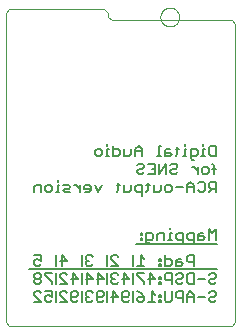
<source format=gbo>
G75*
%MOIN*%
%OFA0B0*%
%FSLAX25Y25*%
%IPPOS*%
%LPD*%
%AMOC8*
5,1,8,0,0,1.08239X$1,22.5*
%
%ADD10C,0.00500*%
%ADD11C,0.00600*%
%ADD12C,0.00000*%
D10*
X0017648Y0011537D02*
X0019983Y0011537D01*
X0017648Y0013873D01*
X0017648Y0014457D01*
X0018231Y0015040D01*
X0019399Y0015040D01*
X0019983Y0014457D01*
X0021331Y0015040D02*
X0023666Y0015040D01*
X0023666Y0013289D01*
X0022498Y0013873D01*
X0021915Y0013873D01*
X0021331Y0013289D01*
X0021331Y0012121D01*
X0021915Y0011537D01*
X0023082Y0011537D01*
X0023666Y0012121D01*
X0024894Y0011537D02*
X0024894Y0015040D01*
X0026242Y0014457D02*
X0026242Y0013873D01*
X0028577Y0011537D01*
X0026242Y0011537D01*
X0026242Y0014457D02*
X0026825Y0015040D01*
X0027993Y0015040D01*
X0028577Y0014457D01*
X0029925Y0014457D02*
X0029925Y0012121D01*
X0030509Y0011537D01*
X0031676Y0011537D01*
X0032260Y0012121D01*
X0031676Y0013289D02*
X0029925Y0013289D01*
X0029925Y0014457D02*
X0030509Y0015040D01*
X0031676Y0015040D01*
X0032260Y0014457D01*
X0032260Y0013873D01*
X0031676Y0013289D01*
X0033488Y0015040D02*
X0033488Y0011537D01*
X0034836Y0012121D02*
X0035419Y0011537D01*
X0036587Y0011537D01*
X0037171Y0012121D01*
X0036003Y0013289D02*
X0035419Y0013289D01*
X0034836Y0012705D01*
X0034836Y0012121D01*
X0035419Y0013289D02*
X0034836Y0013873D01*
X0034836Y0014457D01*
X0035419Y0015040D01*
X0036587Y0015040D01*
X0037171Y0014457D01*
X0038519Y0014457D02*
X0038519Y0012121D01*
X0039103Y0011537D01*
X0040270Y0011537D01*
X0040854Y0012121D01*
X0040270Y0013289D02*
X0038519Y0013289D01*
X0038519Y0014457D02*
X0039103Y0015040D01*
X0040270Y0015040D01*
X0040854Y0014457D01*
X0040854Y0013873D01*
X0040270Y0013289D01*
X0042082Y0015040D02*
X0042082Y0011537D01*
X0044013Y0011537D02*
X0044013Y0015040D01*
X0045765Y0013289D01*
X0043430Y0013289D01*
X0044013Y0017538D02*
X0045181Y0017538D01*
X0045765Y0018121D01*
X0047113Y0019289D02*
X0049448Y0019289D01*
X0047697Y0021040D01*
X0047697Y0017538D01*
X0047697Y0015040D02*
X0047113Y0014457D01*
X0047113Y0012121D01*
X0047697Y0011537D01*
X0048864Y0011537D01*
X0049448Y0012121D01*
X0048864Y0013289D02*
X0047113Y0013289D01*
X0047697Y0015040D02*
X0048864Y0015040D01*
X0049448Y0014457D01*
X0049448Y0013873D01*
X0048864Y0013289D01*
X0050676Y0015040D02*
X0050676Y0011537D01*
X0052024Y0012121D02*
X0052024Y0012705D01*
X0052607Y0013289D01*
X0054359Y0013289D01*
X0054359Y0012121D01*
X0053775Y0011537D01*
X0052607Y0011537D01*
X0052024Y0012121D01*
X0054359Y0013289D02*
X0053191Y0014457D01*
X0052024Y0015040D01*
X0050676Y0017538D02*
X0050676Y0021040D01*
X0052024Y0021040D02*
X0052024Y0020457D01*
X0054359Y0018121D01*
X0054359Y0017538D01*
X0056291Y0017538D02*
X0056291Y0021040D01*
X0058042Y0019289D01*
X0055707Y0019289D01*
X0054359Y0021040D02*
X0052024Y0021040D01*
X0052024Y0023537D02*
X0054359Y0023537D01*
X0053191Y0023537D02*
X0053191Y0027040D01*
X0054359Y0025873D01*
X0050676Y0027040D02*
X0050676Y0023537D01*
X0045765Y0023537D02*
X0043430Y0025873D01*
X0043430Y0026457D01*
X0044013Y0027040D01*
X0045181Y0027040D01*
X0045765Y0026457D01*
X0045765Y0023537D02*
X0043430Y0023537D01*
X0042082Y0023537D02*
X0042082Y0027040D01*
X0042082Y0021040D02*
X0042082Y0017538D01*
X0043430Y0018121D02*
X0044013Y0017538D01*
X0043430Y0018121D02*
X0043430Y0018705D01*
X0044013Y0019289D01*
X0044597Y0019289D01*
X0044013Y0019289D02*
X0043430Y0019873D01*
X0043430Y0020457D01*
X0044013Y0021040D01*
X0045181Y0021040D01*
X0045765Y0020457D01*
X0040854Y0019289D02*
X0038519Y0019289D01*
X0039103Y0021040D02*
X0040854Y0019289D01*
X0039103Y0017538D02*
X0039103Y0021040D01*
X0037171Y0019289D02*
X0034836Y0019289D01*
X0035419Y0021040D02*
X0037171Y0019289D01*
X0035419Y0017538D02*
X0035419Y0021040D01*
X0035419Y0023537D02*
X0036587Y0023537D01*
X0037171Y0024121D01*
X0036003Y0025289D02*
X0035419Y0025289D01*
X0034836Y0024705D01*
X0034836Y0024121D01*
X0035419Y0023537D01*
X0035419Y0025289D02*
X0034836Y0025873D01*
X0034836Y0026457D01*
X0035419Y0027040D01*
X0036587Y0027040D01*
X0037171Y0026457D01*
X0033488Y0027040D02*
X0033488Y0023537D01*
X0033488Y0021040D02*
X0033488Y0017538D01*
X0032260Y0019289D02*
X0029925Y0019289D01*
X0030509Y0021040D02*
X0032260Y0019289D01*
X0030509Y0017538D02*
X0030509Y0021040D01*
X0028577Y0020457D02*
X0027993Y0021040D01*
X0026825Y0021040D01*
X0026242Y0020457D01*
X0026242Y0019873D01*
X0028577Y0017538D01*
X0026242Y0017538D01*
X0024894Y0017538D02*
X0024894Y0021040D01*
X0023666Y0021040D02*
X0021331Y0021040D01*
X0021331Y0020457D01*
X0023666Y0018121D01*
X0023666Y0017538D01*
X0019983Y0018121D02*
X0019983Y0018705D01*
X0019399Y0019289D01*
X0018231Y0019289D01*
X0017648Y0018705D01*
X0017648Y0018121D01*
X0018231Y0017538D01*
X0019399Y0017538D01*
X0019983Y0018121D01*
X0019399Y0019289D02*
X0019983Y0019873D01*
X0019983Y0020457D01*
X0019399Y0021040D01*
X0018231Y0021040D01*
X0017648Y0020457D01*
X0017648Y0019873D01*
X0018231Y0019289D01*
X0018231Y0023537D02*
X0019399Y0023537D01*
X0019983Y0024121D01*
X0019983Y0025289D02*
X0018815Y0025873D01*
X0018231Y0025873D01*
X0017648Y0025289D01*
X0017648Y0024121D01*
X0018231Y0023537D01*
X0019983Y0025289D02*
X0019983Y0027040D01*
X0017648Y0027040D01*
X0024894Y0027040D02*
X0024894Y0023537D01*
X0026825Y0023537D02*
X0026825Y0027040D01*
X0028577Y0025289D01*
X0026242Y0025289D01*
X0026122Y0048100D02*
X0024954Y0048100D01*
X0025538Y0048100D02*
X0025538Y0050435D01*
X0026122Y0050435D01*
X0025538Y0051603D02*
X0025538Y0052187D01*
X0027469Y0050435D02*
X0029221Y0050435D01*
X0029805Y0049851D01*
X0029221Y0049268D01*
X0028053Y0049268D01*
X0027469Y0048684D01*
X0028053Y0048100D01*
X0029805Y0048100D01*
X0031122Y0050435D02*
X0031706Y0050435D01*
X0032874Y0049268D01*
X0032874Y0050435D02*
X0032874Y0048100D01*
X0034222Y0049268D02*
X0036557Y0049268D01*
X0036557Y0049851D02*
X0035973Y0050435D01*
X0034806Y0050435D01*
X0034222Y0049851D01*
X0034222Y0049268D01*
X0034806Y0048100D02*
X0035973Y0048100D01*
X0036557Y0048684D01*
X0036557Y0049851D01*
X0037905Y0050435D02*
X0039073Y0048100D01*
X0040240Y0050435D01*
X0045211Y0050435D02*
X0046379Y0050435D01*
X0045795Y0051019D02*
X0045795Y0048684D01*
X0045211Y0048100D01*
X0047727Y0048100D02*
X0047727Y0050435D01*
X0050062Y0050435D02*
X0050062Y0048684D01*
X0049478Y0048100D01*
X0047727Y0048100D01*
X0051410Y0048684D02*
X0051994Y0048100D01*
X0053745Y0048100D01*
X0053745Y0046932D02*
X0053745Y0050435D01*
X0051994Y0050435D01*
X0051410Y0049851D01*
X0051410Y0048684D01*
X0055033Y0048100D02*
X0055617Y0048684D01*
X0055617Y0051019D01*
X0056201Y0050435D02*
X0055033Y0050435D01*
X0057548Y0050435D02*
X0057548Y0048100D01*
X0059300Y0048100D01*
X0059884Y0048684D01*
X0059884Y0050435D01*
X0061232Y0049851D02*
X0061815Y0050435D01*
X0062983Y0050435D01*
X0063567Y0049851D01*
X0063567Y0048684D01*
X0062983Y0048100D01*
X0061815Y0048100D01*
X0061232Y0048684D01*
X0061232Y0049851D01*
X0064915Y0049851D02*
X0067250Y0049851D01*
X0068598Y0049851D02*
X0070933Y0049851D01*
X0070933Y0050435D02*
X0070933Y0048100D01*
X0072281Y0048684D02*
X0072865Y0048100D01*
X0074032Y0048100D01*
X0074616Y0048684D01*
X0074616Y0051019D01*
X0074032Y0051603D01*
X0072865Y0051603D01*
X0072281Y0051019D01*
X0070933Y0050435D02*
X0069765Y0051603D01*
X0068598Y0050435D01*
X0068598Y0048100D01*
X0072161Y0054100D02*
X0072161Y0056435D01*
X0072161Y0055268D02*
X0070993Y0056435D01*
X0070409Y0056435D01*
X0070409Y0058932D02*
X0069826Y0059516D01*
X0069826Y0062435D01*
X0071577Y0062435D01*
X0072161Y0061851D01*
X0072161Y0060684D01*
X0071577Y0060100D01*
X0069826Y0060100D01*
X0070409Y0058932D02*
X0070993Y0058932D01*
X0073449Y0060100D02*
X0074616Y0060100D01*
X0074032Y0060100D02*
X0074032Y0062435D01*
X0074616Y0062435D01*
X0074032Y0063603D02*
X0074032Y0064187D01*
X0075964Y0063019D02*
X0076548Y0063603D01*
X0078299Y0063603D01*
X0078299Y0060100D01*
X0076548Y0060100D01*
X0075964Y0060684D01*
X0075964Y0063019D01*
X0077132Y0057603D02*
X0077716Y0057019D01*
X0077716Y0054100D01*
X0078299Y0055851D02*
X0077132Y0055851D01*
X0075844Y0055851D02*
X0075844Y0054684D01*
X0075260Y0054100D01*
X0074092Y0054100D01*
X0073509Y0054684D01*
X0073509Y0055851D01*
X0074092Y0056435D01*
X0075260Y0056435D01*
X0075844Y0055851D01*
X0076548Y0051603D02*
X0075964Y0051019D01*
X0075964Y0049851D01*
X0076548Y0049268D01*
X0078299Y0049268D01*
X0078299Y0048100D02*
X0078299Y0051603D01*
X0076548Y0051603D01*
X0077132Y0049268D02*
X0075964Y0048100D01*
X0068478Y0060100D02*
X0067310Y0060100D01*
X0067894Y0060100D02*
X0067894Y0062435D01*
X0068478Y0062435D01*
X0067894Y0063603D02*
X0067894Y0064187D01*
X0066022Y0062435D02*
X0064855Y0062435D01*
X0065438Y0063019D02*
X0065438Y0060684D01*
X0064855Y0060100D01*
X0063567Y0060684D02*
X0062983Y0061268D01*
X0061232Y0061268D01*
X0061232Y0061851D02*
X0061232Y0060100D01*
X0062983Y0060100D01*
X0063567Y0060684D01*
X0062983Y0062435D02*
X0061815Y0062435D01*
X0061232Y0061851D01*
X0059884Y0060100D02*
X0058716Y0060100D01*
X0059300Y0060100D02*
X0059300Y0063603D01*
X0059884Y0063603D01*
X0059390Y0057603D02*
X0059390Y0054100D01*
X0061725Y0057603D01*
X0061725Y0054100D01*
X0063073Y0054684D02*
X0063073Y0055268D01*
X0063657Y0055851D01*
X0064825Y0055851D01*
X0065408Y0056435D01*
X0065408Y0057019D01*
X0064825Y0057603D01*
X0063657Y0057603D01*
X0063073Y0057019D01*
X0063073Y0054684D02*
X0063657Y0054100D01*
X0064825Y0054100D01*
X0065408Y0054684D01*
X0058042Y0054100D02*
X0055707Y0054100D01*
X0054359Y0054684D02*
X0053775Y0054100D01*
X0052607Y0054100D01*
X0052024Y0054684D01*
X0052024Y0055268D01*
X0052607Y0055851D01*
X0053775Y0055851D01*
X0054359Y0056435D01*
X0054359Y0057019D01*
X0053775Y0057603D01*
X0052607Y0057603D01*
X0052024Y0057019D01*
X0051410Y0060100D02*
X0051410Y0062435D01*
X0052577Y0063603D01*
X0053745Y0062435D01*
X0053745Y0060100D01*
X0053745Y0061851D02*
X0051410Y0061851D01*
X0050062Y0062435D02*
X0050062Y0060684D01*
X0049478Y0060100D01*
X0047727Y0060100D01*
X0047727Y0062435D01*
X0046379Y0061851D02*
X0046379Y0060684D01*
X0045795Y0060100D01*
X0044044Y0060100D01*
X0044044Y0063603D01*
X0044044Y0062435D02*
X0045795Y0062435D01*
X0046379Y0061851D01*
X0042696Y0062435D02*
X0042112Y0062435D01*
X0042112Y0060100D01*
X0042696Y0060100D02*
X0041528Y0060100D01*
X0040240Y0060684D02*
X0040240Y0061851D01*
X0039656Y0062435D01*
X0038489Y0062435D01*
X0037905Y0061851D01*
X0037905Y0060684D01*
X0038489Y0060100D01*
X0039656Y0060100D01*
X0040240Y0060684D01*
X0042112Y0063603D02*
X0042112Y0064187D01*
X0055707Y0057603D02*
X0058042Y0057603D01*
X0058042Y0054100D01*
X0058042Y0055851D02*
X0056874Y0055851D01*
X0062983Y0036249D02*
X0062983Y0035665D01*
X0062983Y0034498D02*
X0062983Y0032162D01*
X0063567Y0032162D02*
X0062399Y0032162D01*
X0061111Y0032162D02*
X0061111Y0034498D01*
X0059360Y0034498D01*
X0058776Y0033914D01*
X0058776Y0032162D01*
X0057428Y0032746D02*
X0057428Y0033914D01*
X0056844Y0034498D01*
X0055093Y0034498D01*
X0055093Y0031579D01*
X0055677Y0030995D01*
X0056261Y0030995D01*
X0056844Y0032162D02*
X0057428Y0032746D01*
X0056844Y0032162D02*
X0055093Y0032162D01*
X0053745Y0032162D02*
X0053745Y0032746D01*
X0053161Y0032746D01*
X0053161Y0032162D01*
X0053745Y0032162D01*
X0053745Y0033914D02*
X0053745Y0034498D01*
X0053161Y0034498D01*
X0053161Y0033914D01*
X0053745Y0033914D01*
X0059300Y0025873D02*
X0059300Y0025289D01*
X0059884Y0025289D01*
X0059884Y0025873D01*
X0059300Y0025873D01*
X0059300Y0024121D02*
X0059300Y0023537D01*
X0059884Y0023537D01*
X0059884Y0024121D01*
X0059300Y0024121D01*
X0061232Y0023537D02*
X0061232Y0027040D01*
X0061232Y0025873D02*
X0062983Y0025873D01*
X0063567Y0025289D01*
X0063567Y0024121D01*
X0062983Y0023537D01*
X0061232Y0023537D01*
X0061815Y0021040D02*
X0061232Y0020457D01*
X0061232Y0019289D01*
X0061815Y0018705D01*
X0063567Y0018705D01*
X0063567Y0017538D02*
X0063567Y0021040D01*
X0061815Y0021040D01*
X0059884Y0019873D02*
X0059884Y0019289D01*
X0059300Y0019289D01*
X0059300Y0019873D01*
X0059884Y0019873D01*
X0059884Y0018121D02*
X0059300Y0018121D01*
X0059300Y0017538D01*
X0059884Y0017538D01*
X0059884Y0018121D01*
X0061232Y0015040D02*
X0061232Y0012121D01*
X0061815Y0011537D01*
X0062983Y0011537D01*
X0063567Y0012121D01*
X0063567Y0015040D01*
X0064915Y0014457D02*
X0064915Y0013289D01*
X0065498Y0012705D01*
X0067250Y0012705D01*
X0067250Y0011537D02*
X0067250Y0015040D01*
X0065498Y0015040D01*
X0064915Y0014457D01*
X0065498Y0017538D02*
X0066666Y0017538D01*
X0067250Y0018121D01*
X0066666Y0019289D02*
X0065498Y0019289D01*
X0064915Y0018705D01*
X0064915Y0018121D01*
X0065498Y0017538D01*
X0066666Y0019289D02*
X0067250Y0019873D01*
X0067250Y0020457D01*
X0066666Y0021040D01*
X0065498Y0021040D01*
X0064915Y0020457D01*
X0064915Y0023537D02*
X0066666Y0023537D01*
X0067250Y0024121D01*
X0066666Y0024705D01*
X0064915Y0024705D01*
X0064915Y0025289D02*
X0064915Y0023537D01*
X0064915Y0025289D02*
X0065498Y0025873D01*
X0066666Y0025873D01*
X0068598Y0026457D02*
X0068598Y0025289D01*
X0069182Y0024705D01*
X0070933Y0024705D01*
X0070933Y0023537D02*
X0070933Y0027040D01*
X0069182Y0027040D01*
X0068598Y0026457D01*
X0067250Y0030995D02*
X0067250Y0034498D01*
X0065498Y0034498D01*
X0064915Y0033914D01*
X0064915Y0032746D01*
X0065498Y0032162D01*
X0067250Y0032162D01*
X0068598Y0032746D02*
X0069182Y0032162D01*
X0070933Y0032162D01*
X0070933Y0030995D02*
X0070933Y0034498D01*
X0069182Y0034498D01*
X0068598Y0033914D01*
X0068598Y0032746D01*
X0072281Y0032162D02*
X0074032Y0032162D01*
X0074616Y0032746D01*
X0074032Y0033330D01*
X0072281Y0033330D01*
X0072281Y0033914D02*
X0072281Y0032162D01*
X0072281Y0033914D02*
X0072865Y0034498D01*
X0074032Y0034498D01*
X0075964Y0035665D02*
X0075964Y0032162D01*
X0077132Y0034498D02*
X0075964Y0035665D01*
X0077132Y0034498D02*
X0078299Y0035665D01*
X0078299Y0032162D01*
X0077716Y0021040D02*
X0076548Y0021040D01*
X0075964Y0020457D01*
X0076548Y0019289D02*
X0075964Y0018705D01*
X0075964Y0018121D01*
X0076548Y0017538D01*
X0077716Y0017538D01*
X0078299Y0018121D01*
X0077716Y0019289D02*
X0076548Y0019289D01*
X0077716Y0019289D02*
X0078299Y0019873D01*
X0078299Y0020457D01*
X0077716Y0021040D01*
X0074616Y0019289D02*
X0072281Y0019289D01*
X0070933Y0021040D02*
X0069182Y0021040D01*
X0068598Y0020457D01*
X0068598Y0018121D01*
X0069182Y0017538D01*
X0070933Y0017538D01*
X0070933Y0021040D01*
X0069765Y0015040D02*
X0068598Y0013873D01*
X0068598Y0011537D01*
X0068598Y0013289D02*
X0070933Y0013289D01*
X0070933Y0013873D02*
X0069765Y0015040D01*
X0070933Y0013873D02*
X0070933Y0011537D01*
X0072281Y0013289D02*
X0074616Y0013289D01*
X0075964Y0012705D02*
X0075964Y0012121D01*
X0076548Y0011537D01*
X0077716Y0011537D01*
X0078299Y0012121D01*
X0077716Y0013289D02*
X0076548Y0013289D01*
X0075964Y0012705D01*
X0075964Y0014457D02*
X0076548Y0015040D01*
X0077716Y0015040D01*
X0078299Y0014457D01*
X0078299Y0013873D01*
X0077716Y0013289D01*
X0063567Y0034498D02*
X0062983Y0034498D01*
X0056874Y0015040D02*
X0056874Y0011537D01*
X0055707Y0011537D02*
X0058042Y0011537D01*
X0059300Y0011537D02*
X0059300Y0012121D01*
X0059884Y0012121D01*
X0059884Y0011537D01*
X0059300Y0011537D01*
X0059300Y0013289D02*
X0059884Y0013289D01*
X0059884Y0013873D01*
X0059300Y0013873D01*
X0059300Y0013289D01*
X0058042Y0013873D02*
X0056874Y0015040D01*
X0023666Y0048684D02*
X0023082Y0048100D01*
X0021915Y0048100D01*
X0021331Y0048684D01*
X0021331Y0049851D01*
X0021915Y0050435D01*
X0023082Y0050435D01*
X0023666Y0049851D01*
X0023666Y0048684D01*
X0019983Y0048100D02*
X0019983Y0050435D01*
X0018231Y0050435D01*
X0017648Y0049851D01*
X0017648Y0048100D01*
D11*
X0016049Y0022537D02*
X0078549Y0022537D01*
X0078549Y0030975D02*
X0051674Y0030975D01*
D12*
X0009487Y0003475D02*
X0008237Y0004725D01*
X0008237Y0107850D01*
X0009487Y0109100D01*
X0041049Y0109100D01*
X0042299Y0107850D01*
X0042299Y0106600D01*
X0043549Y0105350D01*
X0083549Y0105350D01*
X0084799Y0104100D01*
X0084799Y0004725D01*
X0083549Y0003475D01*
X0009487Y0003475D01*
X0059774Y0106472D02*
X0059776Y0106584D01*
X0059782Y0106695D01*
X0059792Y0106807D01*
X0059806Y0106918D01*
X0059823Y0107028D01*
X0059845Y0107138D01*
X0059871Y0107247D01*
X0059900Y0107355D01*
X0059933Y0107461D01*
X0059970Y0107567D01*
X0060011Y0107671D01*
X0060056Y0107774D01*
X0060104Y0107875D01*
X0060155Y0107974D01*
X0060210Y0108071D01*
X0060269Y0108166D01*
X0060330Y0108260D01*
X0060395Y0108351D01*
X0060464Y0108439D01*
X0060535Y0108525D01*
X0060609Y0108609D01*
X0060687Y0108689D01*
X0060767Y0108767D01*
X0060850Y0108843D01*
X0060935Y0108915D01*
X0061023Y0108984D01*
X0061113Y0109050D01*
X0061206Y0109112D01*
X0061301Y0109172D01*
X0061398Y0109228D01*
X0061496Y0109280D01*
X0061597Y0109329D01*
X0061699Y0109374D01*
X0061803Y0109416D01*
X0061908Y0109454D01*
X0062015Y0109488D01*
X0062122Y0109518D01*
X0062231Y0109545D01*
X0062340Y0109567D01*
X0062451Y0109586D01*
X0062561Y0109601D01*
X0062673Y0109612D01*
X0062784Y0109619D01*
X0062896Y0109622D01*
X0063008Y0109621D01*
X0063120Y0109616D01*
X0063231Y0109607D01*
X0063342Y0109594D01*
X0063453Y0109577D01*
X0063563Y0109557D01*
X0063672Y0109532D01*
X0063780Y0109504D01*
X0063887Y0109471D01*
X0063993Y0109435D01*
X0064097Y0109395D01*
X0064200Y0109352D01*
X0064302Y0109305D01*
X0064401Y0109254D01*
X0064499Y0109200D01*
X0064595Y0109142D01*
X0064689Y0109081D01*
X0064780Y0109017D01*
X0064869Y0108950D01*
X0064956Y0108879D01*
X0065040Y0108805D01*
X0065122Y0108729D01*
X0065200Y0108649D01*
X0065276Y0108567D01*
X0065349Y0108482D01*
X0065419Y0108395D01*
X0065485Y0108305D01*
X0065549Y0108213D01*
X0065609Y0108119D01*
X0065666Y0108023D01*
X0065719Y0107924D01*
X0065769Y0107824D01*
X0065815Y0107723D01*
X0065858Y0107619D01*
X0065897Y0107514D01*
X0065932Y0107408D01*
X0065963Y0107301D01*
X0065991Y0107192D01*
X0066014Y0107083D01*
X0066034Y0106973D01*
X0066050Y0106862D01*
X0066062Y0106751D01*
X0066070Y0106640D01*
X0066074Y0106528D01*
X0066074Y0106416D01*
X0066070Y0106304D01*
X0066062Y0106193D01*
X0066050Y0106082D01*
X0066034Y0105971D01*
X0066014Y0105861D01*
X0065991Y0105752D01*
X0065963Y0105643D01*
X0065932Y0105536D01*
X0065897Y0105430D01*
X0065858Y0105325D01*
X0065815Y0105221D01*
X0065769Y0105120D01*
X0065719Y0105020D01*
X0065666Y0104921D01*
X0065609Y0104825D01*
X0065549Y0104731D01*
X0065485Y0104639D01*
X0065419Y0104549D01*
X0065349Y0104462D01*
X0065276Y0104377D01*
X0065200Y0104295D01*
X0065122Y0104215D01*
X0065040Y0104139D01*
X0064956Y0104065D01*
X0064869Y0103994D01*
X0064780Y0103927D01*
X0064689Y0103863D01*
X0064595Y0103802D01*
X0064499Y0103744D01*
X0064401Y0103690D01*
X0064302Y0103639D01*
X0064200Y0103592D01*
X0064097Y0103549D01*
X0063993Y0103509D01*
X0063887Y0103473D01*
X0063780Y0103440D01*
X0063672Y0103412D01*
X0063563Y0103387D01*
X0063453Y0103367D01*
X0063342Y0103350D01*
X0063231Y0103337D01*
X0063120Y0103328D01*
X0063008Y0103323D01*
X0062896Y0103322D01*
X0062784Y0103325D01*
X0062673Y0103332D01*
X0062561Y0103343D01*
X0062451Y0103358D01*
X0062340Y0103377D01*
X0062231Y0103399D01*
X0062122Y0103426D01*
X0062015Y0103456D01*
X0061908Y0103490D01*
X0061803Y0103528D01*
X0061699Y0103570D01*
X0061597Y0103615D01*
X0061496Y0103664D01*
X0061398Y0103716D01*
X0061301Y0103772D01*
X0061206Y0103832D01*
X0061113Y0103894D01*
X0061023Y0103960D01*
X0060935Y0104029D01*
X0060850Y0104101D01*
X0060767Y0104177D01*
X0060687Y0104255D01*
X0060609Y0104335D01*
X0060535Y0104419D01*
X0060464Y0104505D01*
X0060395Y0104593D01*
X0060330Y0104684D01*
X0060269Y0104778D01*
X0060210Y0104873D01*
X0060155Y0104970D01*
X0060104Y0105069D01*
X0060056Y0105170D01*
X0060011Y0105273D01*
X0059970Y0105377D01*
X0059933Y0105483D01*
X0059900Y0105589D01*
X0059871Y0105697D01*
X0059845Y0105806D01*
X0059823Y0105916D01*
X0059806Y0106026D01*
X0059792Y0106137D01*
X0059782Y0106249D01*
X0059776Y0106360D01*
X0059774Y0106472D01*
M02*

</source>
